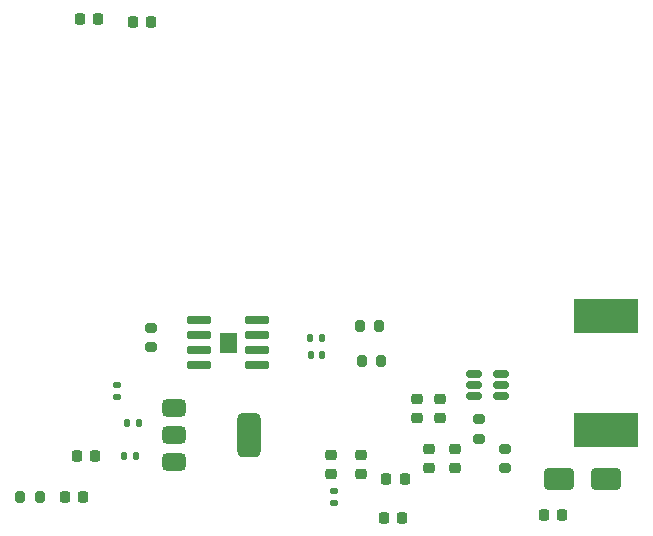
<source format=gbr>
%TF.GenerationSoftware,KiCad,Pcbnew,8.0.7*%
%TF.CreationDate,2024-12-28T13:43:39+03:00*%
%TF.ProjectId,SingleSwitch,53696e67-6c65-4537-9769-7463682e6b69,rev?*%
%TF.SameCoordinates,Original*%
%TF.FileFunction,Paste,Top*%
%TF.FilePolarity,Positive*%
%FSLAX46Y46*%
G04 Gerber Fmt 4.6, Leading zero omitted, Abs format (unit mm)*
G04 Created by KiCad (PCBNEW 8.0.7) date 2024-12-28 13:43:39*
%MOMM*%
%LPD*%
G01*
G04 APERTURE LIST*
G04 Aperture macros list*
%AMRoundRect*
0 Rectangle with rounded corners*
0 $1 Rounding radius*
0 $2 $3 $4 $5 $6 $7 $8 $9 X,Y pos of 4 corners*
0 Add a 4 corners polygon primitive as box body*
4,1,4,$2,$3,$4,$5,$6,$7,$8,$9,$2,$3,0*
0 Add four circle primitives for the rounded corners*
1,1,$1+$1,$2,$3*
1,1,$1+$1,$4,$5*
1,1,$1+$1,$6,$7*
1,1,$1+$1,$8,$9*
0 Add four rect primitives between the rounded corners*
20,1,$1+$1,$2,$3,$4,$5,0*
20,1,$1+$1,$4,$5,$6,$7,0*
20,1,$1+$1,$6,$7,$8,$9,0*
20,1,$1+$1,$8,$9,$2,$3,0*%
G04 Aperture macros list end*
%ADD10C,0.010000*%
%ADD11RoundRect,0.225000X-0.225000X-0.250000X0.225000X-0.250000X0.225000X0.250000X-0.225000X0.250000X0*%
%ADD12RoundRect,0.225000X0.225000X0.250000X-0.225000X0.250000X-0.225000X-0.250000X0.225000X-0.250000X0*%
%ADD13RoundRect,0.135000X0.135000X0.185000X-0.135000X0.185000X-0.135000X-0.185000X0.135000X-0.185000X0*%
%ADD14RoundRect,0.225000X0.250000X-0.225000X0.250000X0.225000X-0.250000X0.225000X-0.250000X-0.225000X0*%
%ADD15RoundRect,0.225000X-0.250000X0.225000X-0.250000X-0.225000X0.250000X-0.225000X0.250000X0.225000X0*%
%ADD16RoundRect,0.200000X-0.200000X-0.275000X0.200000X-0.275000X0.200000X0.275000X-0.200000X0.275000X0*%
%ADD17RoundRect,0.200000X0.275000X-0.200000X0.275000X0.200000X-0.275000X0.200000X-0.275000X-0.200000X0*%
%ADD18RoundRect,0.147500X-0.147500X-0.172500X0.147500X-0.172500X0.147500X0.172500X-0.147500X0.172500X0*%
%ADD19RoundRect,0.150000X0.512500X0.150000X-0.512500X0.150000X-0.512500X-0.150000X0.512500X-0.150000X0*%
%ADD20RoundRect,0.200000X0.200000X0.275000X-0.200000X0.275000X-0.200000X-0.275000X0.200000X-0.275000X0*%
%ADD21R,5.400000X2.900000*%
%ADD22RoundRect,0.218750X0.218750X0.256250X-0.218750X0.256250X-0.218750X-0.256250X0.218750X-0.256250X0*%
%ADD23RoundRect,0.075000X-0.910000X-0.225000X0.910000X-0.225000X0.910000X0.225000X-0.910000X0.225000X0*%
%ADD24RoundRect,0.135000X-0.185000X0.135000X-0.185000X-0.135000X0.185000X-0.135000X0.185000X0.135000X0*%
%ADD25RoundRect,0.250000X-1.000000X-0.650000X1.000000X-0.650000X1.000000X0.650000X-1.000000X0.650000X0*%
%ADD26RoundRect,0.375000X-0.625000X-0.375000X0.625000X-0.375000X0.625000X0.375000X-0.625000X0.375000X0*%
%ADD27RoundRect,0.500000X-0.500000X-1.400000X0.500000X-1.400000X0.500000X1.400000X-0.500000X1.400000X0*%
G04 APERTURE END LIST*
D10*
%TO.C,U3*%
X147655000Y-90225000D02*
X146365000Y-90225000D01*
X146365000Y-88585000D01*
X147655000Y-88585000D01*
X147655000Y-90225000D01*
G36*
X147655000Y-90225000D02*
G01*
X146365000Y-90225000D01*
X146365000Y-88585000D01*
X147655000Y-88585000D01*
X147655000Y-90225000D01*
G37*
%TD*%
D11*
%TO.C,C11*%
X138950000Y-62250000D03*
X140500000Y-62250000D03*
%TD*%
D12*
%TO.C,C10*%
X136000000Y-62000000D03*
X134450000Y-62000000D03*
%TD*%
D13*
%TO.C,R10*%
X139500000Y-96250000D03*
X138480000Y-96250000D03*
%TD*%
D11*
%TO.C,C9*%
X173725000Y-104000000D03*
X175275000Y-104000000D03*
%TD*%
%TO.C,C8*%
X160225000Y-104250000D03*
X161775000Y-104250000D03*
%TD*%
D14*
%TO.C,C6*%
X155750000Y-98975000D03*
X155750000Y-100525000D03*
%TD*%
%TO.C,C5*%
X158250000Y-98975000D03*
X158250000Y-100525000D03*
%TD*%
%TO.C,C4*%
X164000000Y-98475000D03*
X164000000Y-100025000D03*
%TD*%
%TO.C,C3*%
X166250000Y-98475000D03*
X166250000Y-100025000D03*
%TD*%
D15*
%TO.C,C2*%
X165000000Y-95775000D03*
X165000000Y-94225000D03*
%TD*%
%TO.C,C1*%
X163000000Y-94225000D03*
X163000000Y-95775000D03*
%TD*%
D16*
%TO.C,R6*%
X129425000Y-102500000D03*
X131075000Y-102500000D03*
%TD*%
D17*
%TO.C,R5*%
X140500000Y-89825000D03*
X140500000Y-88175000D03*
%TD*%
D18*
%TO.C,D2*%
X153985000Y-89000000D03*
X154955000Y-89000000D03*
%TD*%
D17*
%TO.C,R2*%
X168250000Y-95925000D03*
X168250000Y-97575000D03*
%TD*%
D19*
%TO.C,U2*%
X167862500Y-93950000D03*
X167862500Y-93000000D03*
X167862500Y-92050000D03*
X170137500Y-92050000D03*
X170137500Y-93000000D03*
X170137500Y-93950000D03*
%TD*%
D20*
%TO.C,R4*%
X159810000Y-88000000D03*
X158160000Y-88000000D03*
%TD*%
D21*
%TO.C,L1*%
X179000000Y-87150000D03*
X179000000Y-96850000D03*
%TD*%
D18*
%TO.C,D3*%
X154015000Y-90500000D03*
X154985000Y-90500000D03*
%TD*%
D22*
%TO.C,L2*%
X160425000Y-101000000D03*
X162000000Y-101000000D03*
%TD*%
D11*
%TO.C,C7*%
X133200000Y-102500000D03*
X134750000Y-102500000D03*
%TD*%
D23*
%TO.C,U3*%
X144535000Y-87500000D03*
X144535000Y-88770000D03*
X144535000Y-90040000D03*
X144535000Y-91310000D03*
X149485000Y-91310000D03*
X149485000Y-90040000D03*
X149485000Y-88770000D03*
X149485000Y-87500000D03*
%TD*%
D24*
%TO.C,R8*%
X137600000Y-92990000D03*
X137600000Y-94010000D03*
%TD*%
D25*
%TO.C,D1*%
X179000000Y-101000000D03*
X175000000Y-101000000D03*
%TD*%
D20*
%TO.C,R3*%
X159985000Y-91000000D03*
X158335000Y-91000000D03*
%TD*%
D22*
%TO.C,D4*%
X135787500Y-99000000D03*
X134212500Y-99000000D03*
%TD*%
D17*
%TO.C,R1*%
X170500000Y-98425000D03*
X170500000Y-100075000D03*
%TD*%
D24*
%TO.C,R9*%
X156000000Y-102000000D03*
X156000000Y-103020000D03*
%TD*%
D26*
%TO.C,Q1*%
X142450000Y-94950000D03*
X142450000Y-97250000D03*
D27*
X148750000Y-97250000D03*
D26*
X142450000Y-99550000D03*
%TD*%
D13*
%TO.C,R7*%
X139250000Y-99000000D03*
X138230000Y-99000000D03*
%TD*%
M02*

</source>
